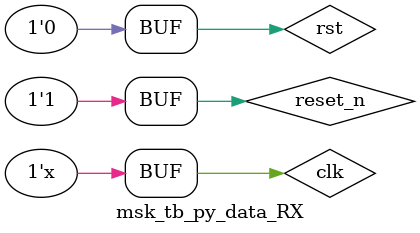
<source format=sv>



module msk_tb_py_data_RX;

  // Clock and reset
  logic clk=0;
  logic reset_n;

  // I/Q signals
  logic signed [15:0] i_fir, i_fir1, i_raw_delay;
  logic signed [15:0] q_fir, q_fir1, q_raw_delay;
  // Real-valued IF signal
  logic signed [15:0] adc0, adc1;

  // Clock generation (200 MHz)
  always #2.5ns clk = ~clk; // 5 ns period (200 MHz)
  //always #625ps clk = ~clk; // 800 MHz

  initial begin
    // Initialize signals
    clk = 0;
    reset_n = 0;
    #20 reset_n = 1;

  end
  logic rst;
  assign rst = !reset_n;

//-------------------------------------------------------------------------------------------------
// adc_0, adc_Tp30, adc_Tp10, adc_Tp05, adc_Tp40, adc_Tp49
// adc_Tp30_C40_Jp01
// adc_long
//-------------------------------------------------------------------------------------------------

  file_read_simple #(
    .DATA_WIDTH(16),.CLKLESS(0),.PERIOD_NS(),.DATA_FORMAT("dec"),.FILE_DIR("sub/common/hdl/tb/data/"),
    .FILE_NAME("adc_long.dat")
  ) file_read_simple_inst0 (
    .rst(~reset_n),.clk(clk),
    .data_out(adc0),
    .data_val(adc0_val)
  );


//-------------------------------------------------------------------------------------------------
//
//-------------------------------------------------------------------------------------------------

  ddc_lpf_mdl #(
    .IF(50e6 ),
    .FS(200e6) 
  ) ddc_mdl_inst (
    .clk    (clk),
    .rst    (rst),
    .adc_in (adc0),
    .adc_val(adc0_val),
    .I_out  (),
    .Q_out  (),
    .iq_out_val()
  );



  duc_ddc_lpf_top #(
    .DUC_EN(0),
    .DDC_EN(1),
    .FS(200e6)
  ) duc_ddc_top_inst0 (
    .clk      (clk      ),
    .rstn     (reset_n  ),
    //DDC
    .adc_in   (adc0     ),//dac_awgn ), // from ADC
    .adc_val  (adc0_val ),
    .I_out    (i_fir    ), // to demod
    .Q_out    (q_fir    ), // to demod
    .IQ_val   (iq_val   ),
    //DUC
    .I_in     (), // from modulator
    .Q_in     (), // from modulator
    .dac_out  ()  // to DAC
  );



  localparam int WIQ    = 16;
  localparam int WO     = 18;
  localparam int WERR   = 18;
  localparam int INT_W  = 5;
  localparam int FRAC_W = 27;

  logic signed  [WO-1:0]      i_sym, q_sym;
  logic signed  [WERR-1:0]    ek, lf_ctrl;
  logic         [INT_W-1:0]   phase_int;
  logic         [FRAC_W-1:0]  mu;


  gardner_ted_mdl_3 #(
    .OSF  (20),
    .WIQ  (WIQ),
    .WERR (WERR) 
  ) gardner_ted_3_inst (
    .clk          (clk      ),
    .reset_n      (reset_n  ),
    .i_in         (i_fir    ),
    .q_in         (q_fir    ),
    .iq_val       (iq_val   ),
    .sym_valid_i  (sym_val  ),
    .e_out_o      (ek       ),
    .e_valid_o    (ek_val   ),
    .i_raw_delay_o(i_raw_delay),
    .q_raw_delay_o(q_raw_delay)
  );

/*
  pi_loop_filter_mdl_2 #(
    .WERR      (WERR),
    .KP_SHIFT  (7 ),
    .KI_SHIFT  (12),
    .ACC_WIDTH (24)
  ) pi_loop_filter_inst (
    .clk        (clk          ),
    .reset_n    (reset_n      ),
    .e_in_i     (ek           ),
    .e_valid_i  (ek_val       ),
    .ctrl_o     (  ),
    .ctrl_val_o (  )
  );
*/

  pi_loop_filter_mdl_3 #(
    .WERR      (WERR),
    .KP_SHIFT  (7 ),
    .KI_SHIFT  (12),
    .ACC_WIDTH (24)
  ) pi_loop_filter_inst3 (
    .clk        (clk          ),
    .reset_n    (reset_n      ),
    .e_in_i     (ek           ),
    .e_valid_i  (ek_val       ),
    .ctrl_o     (lf_ctrl      ),
    .ctrl_val_o (lf_ctrl_val  )
  );


  phase_accum_mdl #(
    .OSF       (20),
    .CTRL_W    (WERR),
    .INT_W     (INT_W ),
    .FRAC_W    (FRAC_W)
  ) phase_accum_inst (
    .clk          (clk        ),
    .reset_n      (reset_n    ),
    .ctrl_i       (lf_ctrl    ),
    .ctrl_val_i   (lf_ctrl_val),
    .sym_valid_o  (sym_val    ),
    .phase_int_o  (phase_int  ),
    .mu_o         (mu         )
  );





//-------------------------------------------------------------------------------------------------
// debug ted
//-------------------------------------------------------------------------------------------------

  polyphase_interp_mdl #(
    .OSF       (20),
    .TAPS_PPH  (INT_W ),
    .WIQ       (16),
    .WO        (WO)
  ) polyphase_interp_inst (
    .clk          (clk        ),
    .reset_n      (reset_n    ),
    .i_raw_i      (i_raw_delay),
    .q_raw_i      (q_raw_delay),
    .iq_raw_val_i (iq_val     ), 
    .phase_int_i  (phase_int  ),
    .mu_i         (mu         ),
    .sym_valid_i  (sym_val    ),
    .i_sym_o      (i_sym      ),
    .q_sym_o      (q_sym      ),
    .sym_valid_o  (sym_val_decoder)
  );

  logic slicer_data, slicer_val;
  logic [11:0] sym_var_sr = '0;

  always_ff @(posedge clk) sym_var_sr <= {sym_var_sr[10:0],sym_val_decoder};
  

  msk_slicer_dec_mdl #(
    .IW (18)
  ) msk_slicer_dec_inst (
    .clk          (clk      ),
    .reset_n      (reset_n  ),
    .i_sym_i      (i_sym    ),
    .q_sym_i      (q_sym    ),
    .sym_valid_i  (sym_val_decoder),
    .data_o       (slicer_data),
    .data_valid_o (slicer_val)
  );

  localparam shifterWid = 128;

  shifter_viewer # (
    .WIDTH(shifterWid)
  ) shifter_viewer_inst (
    .clk        (clk),
    .rst        (!reset_n),
    .data_i     (slicer_data),
    .data_val_i (slicer_val)
  );



//-------------------------------------------------------------------------------------------------
// OVERSAMP BYPASS old demod works
// bypass loop
//-------------------------------------------------------------------------------------------------

  msk_demod #(
      .FS(200.0e6)
  ) msk_demod_OVERSAMP (
      .clk(clk),
      .reset_n(reset_n),
      .midpoint_adj(1),
      .i_in(i_fir), // bypass loop
      .q_in(q_fir),
      .iq_val(iq_val),
      .data_out(data_OVERSAMP),
      .data_val(data_val_OVERSAMP)
  );

  shifter_viewer # (
    .WIDTH(shifterWid)
  ) shifter_viewer_OVERSAMP (
    .clk        (clk),
    .rst        (!reset_n),
    .data_i     (data_OVERSAMP),
    .data_val_i (data_val_OVERSAMP)
  );

  msk_demod_mdl #(
    .FS     (200.0e6),  
    .F_SYM  (10.0e6 )   
  )msk_demod_MDL(
    .clk          (clk),
    .reset_n      (reset_n),
    .midpoint_adj (1),
    .i_in         (i_fir),
    .q_in         (q_fir),
    .iq_val       (iq_val),
    .data_out     (data_MDL),
    .data_val     (data_val_MDL)
  );


  shifter_viewer # (
    .WIDTH(shifterWid)
  ) shifter_viewer_MDL (
    .clk        (clk),
    .rst        (!reset_n),
    .data_i     (data_MDL),
    .data_val_i (data_val_MDL)
  );

//  9010_0000_0033_0000_00FF_FFFF_FF01_0000_0077_00ff_ff00_0000_0101_0000_ffa5_0ffe


//-------------------------------------------------------------------------------------------------
// fixed sym val
// bypass loop
//-------------------------------------------------------------------------------------------------

  variable_strobe # (.PTR(11)) 
  variable_strobe_FIXED_SYM_VALID (
    .clk(clk),.rst(rst),
    .en_i(iq_val),
    .stb_o(sym_val_dbg));

  msk_demod2 #(
      .FS(200.0e6)
  ) msk_demod2_FIXED_SYM_VALID (
      .clk(clk),
      .reset_n(reset_n),
      .sym_val_i(sym_val_dbg),
      .i_in(i_fir), // bypass loop
      .q_in(q_fir),
      .data_out(data_FIXED_SYM_VALID),
      .data_val(data_val_FIXED_SYM_VALID)
  );

  shifter_viewer # (
    .WIDTH(shifterWid)
  ) shifter_viewer_FIXED_SYM_VALID (
    .clk        (clk),
    .rst        (!reset_n),
    .data_i     (data_FIXED_SYM_VALID),
    .data_val_i (data_val_FIXED_SYM_VALID)
  );


//-------------------------------------------------------------------------------------------------
// fixed sym val
// loop from INTERP_FIXED 
//-------------------------------------------------------------------------------------------------

  variable_strobe # (.PTR(11)) 
  variable_strobe_INTERP_FIXED(
    .clk(clk),.rst(rst),
    .en_i(iq_val),
    .stb_o(sym_val_INTERP_FIXED));


  msk_slicer_dec_mdl #(
    .IW (18)
  ) msk_slicer_dec_INTERP_FIXED (
    .clk          (clk      ),
    .reset_n      (reset_n  ),
    .i_sym_i      (i_sym    ),
    .q_sym_i      (q_sym    ),
    .sym_valid_i  (sym_val_INTERP_FIXED),
    .data_o       (data_INTERP_FIXED),
    .data_valid_o (dval_INTERP_FIXED)
  );


  shifter_viewer # (
    .WIDTH(shifterWid)
  ) shifter_viewer_INTERP_FIXED(
    .clk        (clk),
    .rst        (rst),
    .data_i     (data_INTERP_FIXED),
    .data_val_i (dval_INTERP_FIXED)
  );

//-------------------------------------------------------------------------------------------------
// fixed sym val
// bypass loop, try slicer
// BYPASS_FIXED_SLICER
//-------------------------------------------------------------------------------------------------

  variable_strobe # (.PTR(11)) 
  variable_strobe_BYPASS_FIXED_SLICER(
    .clk(clk),.rst(rst),
    .en_i(iq_val),
    .stb_o(sym_val_BYPASS_FIXED_SLICER));


  msk_slicer_dec_mdl #(
    .IW (16)
  ) msk_slicer_dec_BYPASS_FIXED_SLICER (
    .clk          (clk      ),
    .reset_n      (reset_n  ),
    .i_sym_i      (i_fir    ),
    .q_sym_i      (q_fir    ),
    .sym_valid_i  (sym_val_BYPASS_FIXED_SLICER),
    .data_o       (data_BYPASS_FIXED_SLICER),
    .data_valid_o (dval_BYPASS_FIXED_SLICER)
  );


  shifter_viewer # (
    .WIDTH(shifterWid)
  ) shifter_viewer_BYPASS_FIXED_SLICER(
    .clk        (clk),
    .rst        (rst),
    .data_i     (data_BYPASS_FIXED_SLICER),
    .data_val_i (dval_BYPASS_FIXED_SLICER)
  );


endmodule

</source>
